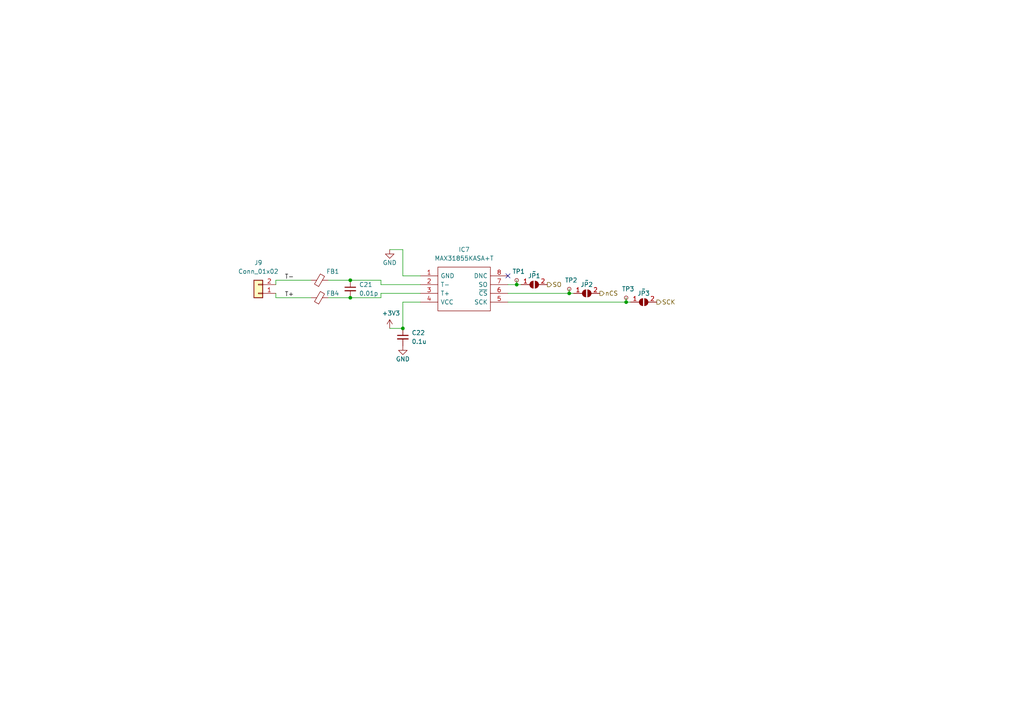
<source format=kicad_sch>
(kicad_sch (version 20230121) (generator eeschema)
  (paper "A4")
  (title_block (title "Avionics Flight Computer") (date "2023-09-04") (rev "1.0") (company "By: Dylan Haussecker"))
  (lib_symbols
    (symbol "Connector:TestPoint_Small" (pin_numbers hide) (pin_names (offset 0.762) hide)
      (property "Reference" "TP" (at 0 3.81 0))
      (property "Value" "TestPoint_Small" (at 0 2.032 0))
      (symbol "TestPoint_Small_0_1"
        (circle (center 0 0) (radius 0.508))
      )
      (symbol "TestPoint_Small_1_1"
        (pin passive line (at 0 0 90) (length 0) (name "1") (number "1"))
      )
    )
    (symbol "Connector_Generic:Conn_01x02" (pin_names (offset 1.016) hide)
      (property "Reference" "J" (at 0 2.54 0))
      (property "Value" "Conn_01x02" (at 0 -5.08 0))
      (symbol "Conn_01x02_1_1"
        (rectangle (start -1.27 -2.413) (end 0 -2.667) (stroke (width 0.1524)))
        (rectangle (start -1.27 0.127) (end 0 -0.127) (stroke (width 0.1524)))
        (rectangle (start -1.27 1.27) (end 1.27 -3.81) (stroke (width 0.254)) (fill (type background)))
        (pin passive line (at -5.08 0 0) (length 3.81) (name "Pin_1") (number "1"))
        (pin passive line (at -5.08 -2.54 0) (length 3.81) (name "Pin_2") (number "2"))
      )
    )
    (symbol "Device:C_Small" (pin_numbers hide) (pin_names (offset 0.254) hide)
      (property "Reference" "C" (at 0.254 1.778 0))
      (property "Value" "C_Small" (at 0.254 -2.032 0))
      (symbol "C_Small_0_1"
        (polyline (pts (xy -1.524 -0.508) (xy 1.524 -0.508)) (stroke (width 0.3302)))
        (polyline (pts (xy -1.524 0.508) (xy 1.524 0.508)) (stroke (width 0.3048)))
      )
      (symbol "C_Small_1_1"
        (pin passive line (at 0 2.54 270) (length 2.032) (name "~") (number "1"))
        (pin passive line (at 0 -2.54 90) (length 2.032) (name "~") (number "2"))
      )
    )
    (symbol "Device:FerriteBead_Small" (pin_numbers hide) (pin_names (offset 0))
      (property "Reference" "FB" (at 1.905 1.27 0))
      (property "Value" "FerriteBead_Small" (at 1.905 -1.27 0))
      (symbol "FerriteBead_Small_0_1"
        (polyline (pts (xy 0 -1.27) (xy 0 -0.7874)))
        (polyline (pts (xy 0 0.889) (xy 0 1.2954)))
        (polyline (pts (xy -1.8288 0.2794) (xy -1.1176 1.4986) (xy 1.8288 -0.2032) (xy 1.1176 -1.4224) (xy -1.8288 0.2794)))
      )
      (symbol "FerriteBead_Small_1_1"
        (pin passive line (at 0 2.54 270) (length 1.27) (name "~") (number "1"))
        (pin passive line (at 0 -2.54 90) (length 1.27) (name "~") (number "2"))
      )
    )
    (symbol "Jumper:SolderJumper_2_Open" (pin_names (offset 0) hide)
      (property "Reference" "JP" (at 0 2.032 0))
      (property "Value" "SolderJumper_2_Open" (at 0 -2.54 0))
      (symbol "SolderJumper_2_Open_0_1"
        (arc (start -0.254 1.016) (mid -1.2656 0) (end -0.254 -1.016))
        (arc (start -0.254 1.016) (mid -1.2656 0) (end -0.254 -1.016) (fill (type outline)))
        (polyline (pts (xy -0.254 1.016) (xy -0.254 -1.016)))
        (polyline (pts (xy 0.254 1.016) (xy 0.254 -1.016)))
        (arc (start 0.254 -1.016) (mid 1.2656 0) (end 0.254 1.016))
        (arc (start 0.254 -1.016) (mid 1.2656 0) (end 0.254 1.016) (fill (type outline)))
      )
      (symbol "SolderJumper_2_Open_1_1"
        (pin passive line (at -3.81 0 0) (length 2.54) (name "A") (number "1"))
        (pin passive line (at 3.81 0 180) (length 2.54) (name "B") (number "2"))
      )
    )
    (symbol "LibraryLoader:MAX31855KASA+T" (pin_names (offset 0.762))
      (property "Reference" "IC" (at 21.59 7.62 0))
      (property "Value" "MAX31855KASA+T" (at 21.59 5.08 0))
      (symbol "MAX31855KASA+T_0_0"
        (pin passive line (at 0 0 0) (length 5.08) (name "GND") (number "1"))
        (pin passive line (at 0 -2.54 0) (length 5.08) (name "T-") (number "2"))
        (pin passive line (at 0 -5.08 0) (length 5.08) (name "T+") (number "3"))
        (pin passive line (at 0 -7.62 0) (length 5.08) (name "VCC") (number "4"))
        (pin passive line (at 25.4 -7.62 180) (length 5.08) (name "SCK") (number "5"))
        (pin passive line (at 25.4 -5.08 180) (length 5.08) (name "~{CS}") (number "6"))
        (pin passive line (at 25.4 -2.54 180) (length 5.08) (name "SO") (number "7"))
        (pin passive line (at 25.4 0 180) (length 5.08) (name "DNC") (number "8"))
      )
      (symbol "MAX31855KASA+T_0_1"
        (polyline (pts (xy 5.08 2.54) (xy 20.32 2.54) (xy 20.32 -10.16) (xy 5.08 -10.16) (xy 5.08 2.54)) (stroke (width 0.1524)))
      )
    )
    (symbol "power:+3V3" (power) (pin_names (offset 0))
      (property "Value" "+3V3" (at 0 3.556 0))
      (symbol "+3V3_0_1"
        (polyline (pts (xy -0.762 1.27) (xy 0 2.54)))
        (polyline (pts (xy 0 0) (xy 0 2.54)))
        (polyline (pts (xy 0 2.54) (xy 0.762 1.27)))
      )
      (symbol "+3V3_1_1"
        (pin power_in line (at 0 0 90) (length 0) hide (name "+3V3") (number "1"))
      )
    )
    (symbol "power:GND" (power) (pin_names (offset 0))
      (property "Value" "GND" (at 0 -3.81 0))
      (symbol "GND_0_1"
        (polyline (pts (xy 0 0) (xy 0 -1.27) (xy 1.27 -1.27) (xy 0 -2.54) (xy -1.27 -1.27) (xy 0 -1.27)))
      )
      (symbol "GND_1_1"
        (pin power_in line (at 0 0 270) (length 0) hide (name "GND") (number "1"))
      )
    )
  )
  (junction (at 116.84 95.25))
  (junction (at 101.6 86.36))
  (junction (at 101.6 81.28))
  (junction (at 149.86 82.55))
  (junction (at 165.1 85.09))
  (junction (at 181.61 87.63))
  (no_connect (at 147.32 80.01))
  (wire (pts (xy 113.03 72.39) (xy 116.84 72.39)))
  (wire (pts (xy 116.84 80.01) (xy 121.92 80.01)))
  (wire (pts (xy 110.49 86.36) (xy 101.6 86.36)))
  (wire (pts (xy 80.01 86.36) (xy 90.17 86.36)))
  (wire (pts (xy 113.03 95.25) (xy 116.84 95.25)))
  (wire (pts (xy 95.25 86.36) (xy 101.6 86.36)))
  (wire (pts (xy 80.01 81.28) (xy 90.17 81.28)))
  (wire (pts (xy 116.84 72.39) (xy 116.84 80.01)))
  (wire (pts (xy 181.61 87.63) (xy 182.88 87.63)))
  (wire (pts (xy 147.32 85.09) (xy 165.1 85.09)))
  (wire (pts (xy 116.84 87.63) (xy 116.84 95.25)))
  (wire (pts (xy 110.49 85.09) (xy 110.49 86.36)))
  (wire (pts (xy 116.84 87.63) (xy 121.92 87.63)))
  (wire (pts (xy 165.1 83.82) (xy 165.1 85.09)))
  (wire (pts (xy 147.32 82.55) (xy 149.86 82.55)))
  (wire (pts (xy 80.01 86.36) (xy 80.01 85.09)))
  (wire (pts (xy 110.49 82.55) (xy 110.49 81.28)))
  (wire (pts (xy 147.32 87.63) (xy 181.61 87.63)))
  (wire (pts (xy 95.25 81.28) (xy 101.6 81.28)))
  (wire (pts (xy 121.92 85.09) (xy 110.49 85.09)))
  (wire (pts (xy 149.86 81.28) (xy 149.86 82.55)))
  (wire (pts (xy 165.1 85.09) (xy 166.37 85.09)))
  (wire (pts (xy 121.92 82.55) (xy 110.49 82.55)))
  (wire (pts (xy 181.61 86.36) (xy 181.61 87.63)))
  (wire (pts (xy 149.86 82.55) (xy 151.13 82.55)))
  (wire (pts (xy 80.01 81.28) (xy 80.01 82.55)))
  (wire (pts (xy 110.49 81.28) (xy 101.6 81.28)))
  (label "T+" (at 82.55 86.36 0))
  (label "T-" (at 82.55 81.28 0))
  (hierarchical_label "nCS" (shape output) (at 173.99 85.09 0))
  (hierarchical_label "SCK" (shape output) (at 190.5 87.63 0))
  (hierarchical_label "SO" (shape output) (at 158.75 82.55 0))
  (symbol (lib_id "Device:C_Small") (at 101.6 83.82 0) (unit 1)
    (property "Reference" "C21" (at 104.14 82.5563 0) (effects (justify left)))
    (property "Value" "0.01p" (at 104.14 85.0963 0) (effects (justify left)))
    (instances (project "Flight_Computer_V2" (path "" (reference "C21") (unit 1)) (path "" (reference "C23") (unit 1)) (path "" (reference "C25") (unit 1))))
  )
  (symbol (lib_id "power:GND") (at 116.84 100.33 0) (unit 1)
    (property "Reference" "#PWR03" (effects hide))
    (property "Value" "GND" (at 116.84 104.14 0))
    (instances (project "Flight_Computer_V2" (path "" (reference "#PWR03") (unit 1)) (path "" (reference "#PWR079") (unit 1)) (path "" (reference "#PWR082") (unit 1)) (path "" (reference "#PWR085") (unit 1))) (project "STM32F405RGT6" (path "" (reference "#PWR03") (unit 1))) (project "avionics_flight_computer" (path "" (reference "#PWR03") (unit 1))))
  )
  (symbol (lib_id "Device:FerriteBead_Small") (at 92.71 86.36 90) (unit 1)
    (property "Reference" "FB4" (at 96.52 85.09 90))
    (property "Value" "Ferrite" (effects hide))
    (instances (project "Flight_Computer_V2" (path "" (reference "FB4") (unit 1)) (path "" (reference "FB6") (unit 1)) (path "" (reference "FB8") (unit 1))))
  )
  (symbol (lib_id "Jumper:SolderJumper_2_Open") (at 186.69 87.63 0) (unit 1)
    (property "Reference" "JP3" (at 186.69 85.09 0))
    (property "Value" "~" (at 186.69 83.82 0))
    (instances (project "Flight_Computer_V2" (path "" (reference "JP3") (unit 1)) (path "" (reference "JP10") (unit 1)) (path "" (reference "JP13") (unit 1))))
  )
  (symbol (lib_id "Jumper:SolderJumper_2_Open") (at 170.18 85.09 0) (unit 1)
    (property "Reference" "JP2" (at 170.18 82.55 0))
    (property "Value" "~" (at 170.18 81.28 0))
    (instances (project "Flight_Computer_V2" (path "" (reference "JP2") (unit 1)) (path "" (reference "JP9") (unit 1)) (path "" (reference "JP12") (unit 1))))
  )
  (symbol (lib_id "Device:FerriteBead_Small") (at 92.71 81.28 90) (unit 1)
    (property "Reference" "FB1" (at 96.52 78.74 90))
    (property "Value" "Ferrite" (effects hide))
    (instances (project "Flight_Computer_V2" (path "" (reference "FB1") (unit 1)) (path "" (reference "FB5") (unit 1)) (path "" (reference "FB7") (unit 1))))
  )
  (symbol (lib_id "Connector:TestPoint_Small") (at 165.1 83.82 0) (unit 1)
    (property "Reference" "TP2" (at 163.83 81.28 0) (effects (justify left)))
    (property "Value" "TestPoint_Small" (effects hide))
    (instances (project "Flight_Computer_V2" (path "" (reference "TP2") (unit 1)) (path "" (reference "TP7") (unit 1)) (path "" (reference "TP10") (unit 1))))
  )
  (symbol (lib_id "Connector:TestPoint_Small") (at 149.86 81.28 0) (unit 1)
    (property "Reference" "TP1" (at 148.59 78.74 0) (effects (justify left)))
    (property "Value" "TestPoint_Small" (effects hide))
    (instances (project "Flight_Computer_V2" (path "" (reference "TP1") (unit 1)) (path "" (reference "TP6") (unit 1)) (path "" (reference "TP9") (unit 1))))
  )
  (symbol (lib_id "Connector:TestPoint_Small") (at 181.61 86.36 0) (unit 1)
    (property "Reference" "TP3" (at 180.34 83.82 0) (effects (justify left)))
    (property "Value" "TestPoint_Small" (effects hide))
    (instances (project "Flight_Computer_V2" (path "" (reference "TP3") (unit 1)) (path "" (reference "TP8") (unit 1)) (path "" (reference "TP11") (unit 1))))
  )
  (symbol (lib_id "LibraryLoader:MAX31855KASA+T") (at 121.92 80.01 0) (unit 1)
    (property "Reference" "IC7" (at 134.62 72.39 0))
    (property "Value" "MAX31855KASA+T" (at 134.62 74.93 0))
    (property "Footprint" "SOIC127P600X175-8N" (effects hide))
    (property "Datasheet" "https://datasheets.maximintegrated.com/en/ds/MAX31855.pdf" (effects hide))
    (property "Description" "MAXIM INTEGRATED PRODUCTS - MAX31855KASA+T - TEMPERATURE SENSOR, 2DEG C, NSOIC-8" (effects hide))
    (property "Height" "1.75" (effects hide))
    (property "Manufacturer_Name" "Analog Devices" (effects hide))
    (property "Manufacturer_Part_Number" "MAX31855KASA+T" (effects hide))
    (property "Mouser Part Number" "700-MAX31855KASA+T" (effects hide))
    (property "Mouser Price/Stock" "https://www.mouser.co.uk/ProductDetail/Analog-Devices-Maxim-Integrated/MAX31855KASA%2bT?qs=ffX8NcjNb2TujkrPyW1z%252Bg%3D%3D" (effects hide))
    (property "Arrow Part Number" "MAX31855KASA+T" (effects hide))
    (property "Arrow Price/Stock" "https://www.arrow.com/en/products/max31855kasat/maxim-integrated?region=nac" (effects hide))
    (instances (project "Flight_Computer_V2" (path "" (reference "IC7") (unit 1)) (path "" (reference "IC7") (unit 1)) (path "" (reference "IC8") (unit 1)) (path "" (reference "IC9") (unit 1))))
  )
  (symbol (lib_id "Connector_Generic:Conn_01x02") (at 74.93 85.09 180) (unit 1)
    (property "Reference" "J9" (at 74.93 76.2 0))
    (property "Value" "Conn_01x02" (at 74.93 78.74 0))
    (instances (project "Flight_Computer_V2" (path "" (reference "J9") (unit 1)) (path "" (reference "J10") (unit 1)) (path "" (reference "J11") (unit 1))))
  )
  (symbol (lib_id "power:GND") (at 113.03 72.39 0) (unit 1)
    (property "Reference" "#PWR03" (effects hide))
    (property "Value" "GND" (at 113.03 76.2 0))
    (instances (project "Flight_Computer_V2" (path "" (reference "#PWR03") (unit 1)) (path "" (reference "#PWR061") (unit 1)) (path "" (reference "#PWR080") (unit 1)) (path "" (reference "#PWR083") (unit 1))) (project "STM32F405RGT6" (path "" (reference "#PWR03") (unit 1))) (project "avionics_flight_computer" (path "" (reference "#PWR03") (unit 1))))
  )
  (symbol (lib_id "Device:C_Small") (at 116.84 97.79 0) (unit 1)
    (property "Reference" "C22" (at 119.38 96.5263 0) (effects (justify left)))
    (property "Value" "0.1u" (at 119.38 99.0663 0) (effects (justify left)))
    (instances (project "Flight_Computer_V2" (path "" (reference "C22") (unit 1)) (path "" (reference "C24") (unit 1)) (path "" (reference "C26") (unit 1))))
  )
  (symbol (lib_id "power:+3V3") (at 113.03 95.25 0) (unit 1)
    (property "Reference" "#PWR09" (effects hide))
    (property "Value" "+3V3" (at 113.411 90.8558 0))
    (instances (project "STM32F405RGT6-Breakout" (path "" (reference "#PWR09") (unit 1))) (project "Flight_Computer_V2" (path "" (reference "#PWR09") (unit 1)) (path "" (reference "#PWR040") (unit 1)) (path "" (reference "#PWR062") (unit 1)) (path "" (reference "#PWR081") (unit 1)) (path "" (reference "#PWR084") (unit 1))) (project "STM32F405RGT6" (path "" (reference "#PWR02") (unit 1))))
  )
  (symbol (lib_id "Jumper:SolderJumper_2_Open") (at 154.94 82.55 0) (unit 1)
    (property "Reference" "JP1" (at 154.94 80.01 0))
    (property "Value" "~" (at 154.94 78.74 0))
    (instances (project "Flight_Computer_V2" (path "" (reference "JP1") (unit 1)) (path "" (reference "JP8") (unit 1)) (path "" (reference "JP11") (unit 1))))
  )
)
</source>
